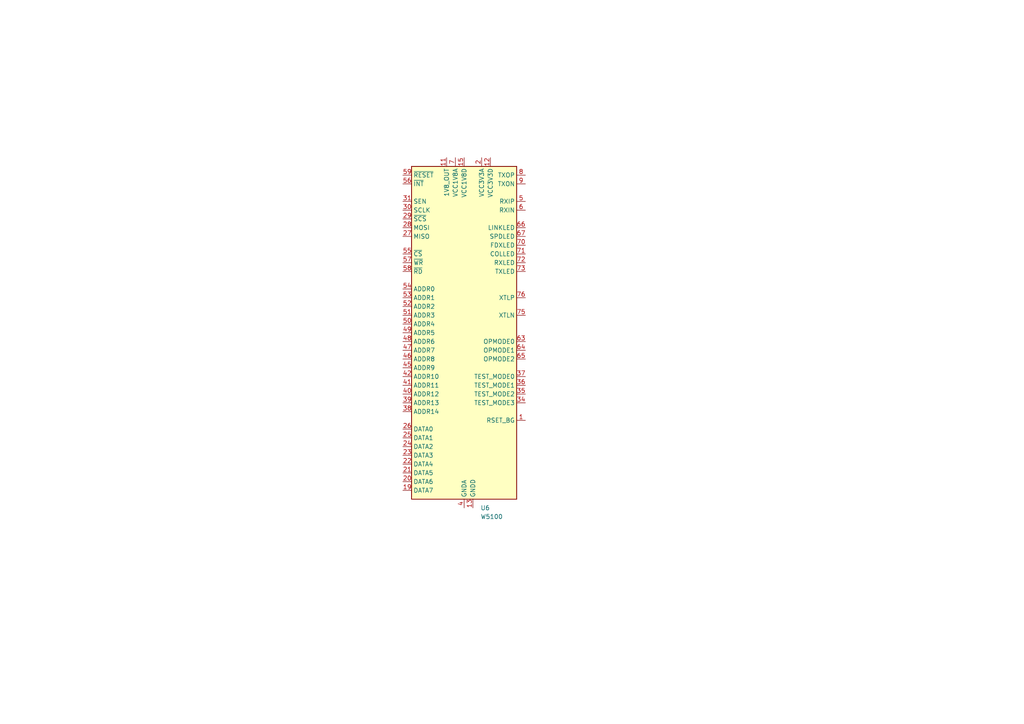
<source format=kicad_sch>
(kicad_sch (version 20230121) (generator eeschema)
  (paper "A4")
  (lib_symbols
    (symbol "Interface_Ethernet:W5100"
      (property "Reference" "U" (at -15.24 49.53 0))
      (property "Value" "W5100" (at 15.24 49.53 0))
      (symbol "W5100_0_1"
        (rectangle (start -15.24 48.26) (end 15.24 -48.26) (stroke (width 0.254)) (fill (type background)))
      )
      (symbol "W5100_1_1"
        (pin output line (at 17.78 -25.4 180) (length 2.54) (name "RSET_BG") (number "1"))
        (pin passive line (at 0 -50.8 90) (length 2.54) hide (name "GNDA") (number "10"))
        (pin power_out line (at -5.08 50.8 270) (length 2.54) (name "1V8_OUT") (number "11"))
        (pin power_in line (at 7.62 50.8 270) (length 2.54) (name "VCC3V3D") (number "12"))
        (pin power_in line (at 2.54 -50.8 90) (length 2.54) (name "GNDD") (number "13"))
        (pin passive line (at 2.54 -50.8 90) (length 2.54) hide (name "GNDD") (number "14"))
        (pin power_in line (at 0 50.8 270) (length 2.54) (name "VCC1V8D") (number "15"))
        (pin passive line (at 0 50.8 270) (length 2.54) hide (name "VCC1V8D") (number "16"))
        (pin passive line (at 2.54 -50.8 90) (length 2.54) hide (name "GNDD") (number "17"))
        (pin passive line (at 7.62 50.8 270) (length 2.54) hide (name "VCC3V3D") (number "18"))
        (pin bidirectional line (at -17.78 -45.72 0) (length 2.54) (name "DATA7") (number "19"))
        (pin power_in line (at 5.08 50.8 270) (length 2.54) (name "VCC3V3A") (number "2"))
        (pin bidirectional line (at -17.78 -43.18 0) (length 2.54) (name "DATA6") (number "20"))
        (pin bidirectional line (at -17.78 -40.64 0) (length 2.54) (name "DATA5") (number "21"))
        (pin bidirectional line (at -17.78 -38.1 0) (length 2.54) (name "DATA4") (number "22"))
        (pin bidirectional line (at -17.78 -35.56 0) (length 2.54) (name "DATA3") (number "23"))
        (pin bidirectional line (at -17.78 -33.02 0) (length 2.54) (name "DATA2") (number "24"))
        (pin bidirectional line (at -17.78 -30.48 0) (length 2.54) (name "DATA1") (number "25"))
        (pin bidirectional line (at -17.78 -27.94 0) (length 2.54) (name "DATA0") (number "26"))
        (pin output line (at -17.78 27.94 0) (length 2.54) (name "MISO") (number "27"))
        (pin input line (at -17.78 30.48 0) (length 2.54) (name "MOSI") (number "28"))
        (pin input line (at -17.78 33.02 0) (length 2.54) (name "~{SCS}") (number "29"))
        (pin no_connect line (at 15.24 -30.48 180) (length 2.54) hide (name "NC") (number "3"))
        (pin input line (at -17.78 35.56 0) (length 2.54) (name "SCLK") (number "30"))
        (pin input line (at -17.78 38.1 0) (length 2.54) (name "SEN") (number "31"))
        (pin passive line (at 2.54 -50.8 90) (length 2.54) hide (name "GNDD") (number "32"))
        (pin passive line (at 0 50.8 270) (length 2.54) hide (name "VCC1V8D") (number "33"))
        (pin input line (at 17.78 -20.32 180) (length 2.54) (name "TEST_MODE3") (number "34"))
        (pin input line (at 17.78 -17.78 180) (length 2.54) (name "TEST_MODE2") (number "35"))
        (pin input line (at 17.78 -15.24 180) (length 2.54) (name "TEST_MODE1") (number "36"))
        (pin input line (at 17.78 -12.7 180) (length 2.54) (name "TEST_MODE0") (number "37"))
        (pin input line (at -17.78 -22.86 0) (length 2.54) (name "ADDR14") (number "38"))
        (pin input line (at -17.78 -20.32 0) (length 2.54) (name "ADDR13") (number "39"))
        (pin power_in line (at 0 -50.8 90) (length 2.54) (name "GNDA") (number "4"))
        (pin input line (at -17.78 -17.78 0) (length 2.54) (name "ADDR12") (number "40"))
        (pin input line (at -17.78 -15.24 0) (length 2.54) (name "ADDR11") (number "41"))
        (pin input line (at -17.78 -12.7 0) (length 2.54) (name "ADDR10") (number "42"))
        (pin passive line (at 2.54 -50.8 90) (length 2.54) hide (name "GNDD") (number "43"))
        (pin passive line (at 7.62 50.8 270) (length 2.54) hide (name "VCC3V3D") (number "44"))
        (pin input line (at -17.78 -10.16 0) (length 2.54) (name "ADDR9") (number "45"))
        (pin input line (at -17.78 -7.62 0) (length 2.54) (name "ADDR8") (number "46"))
        (pin input line (at -17.78 -5.08 0) (length 2.54) (name "ADDR7") (number "47"))
        (pin input line (at -17.78 -2.54 0) (length 2.54) (name "ADDR6") (number "48"))
        (pin input line (at -17.78 0 0) (length 2.54) (name "ADDR5") (number "49"))
        (pin input line (at 17.78 38.1 180) (length 2.54) (name "RXIP") (number "5"))
        (pin input line (at -17.78 2.54 0) (length 2.54) (name "ADDR4") (number "50"))
        (pin input line (at -17.78 5.08 0) (length 2.54) (name "ADDR3") (number "51"))
        (pin input line (at -17.78 7.62 0) (length 2.54) (name "ADDR2") (number "52"))
        (pin input line (at -17.78 10.16 0) (length 2.54) (name "ADDR1") (number "53"))
        (pin input line (at -17.78 12.7 0) (length 2.54) (name "ADDR0") (number "54"))
        (pin input line (at -17.78 22.86 0) (length 2.54) (name "~{CS}") (number "55"))
        (pin output line (at -17.78 43.18 0) (length 2.54) (name "~{INT}") (number "56"))
        (pin input line (at -17.78 20.32 0) (length 2.54) (name "~{WR}") (number "57"))
        (pin input line (at -17.78 17.78 0) (length 2.54) (name "~{RD}") (number "58"))
        (pin input line (at -17.78 45.72 0) (length 2.54) (name "~{RESET}") (number "59"))
        (pin input line (at 17.78 35.56 180) (length 2.54) (name "RXIN") (number "6"))
        (pin no_connect line (at 15.24 -33.02 180) (length 2.54) hide (name "NC") (number "60"))
        (pin no_connect line (at 15.24 -35.56 180) (length 2.54) hide (name "NC") (number "61"))
        (pin no_connect line (at 15.24 -38.1 180) (length 2.54) hide (name "NC") (number "62"))
        (pin input line (at 17.78 -2.54 180) (length 2.54) (name "OPMODE0") (number "63"))
        (pin input line (at 17.78 -5.08 180) (length 2.54) (name "OPMODE1") (number "64"))
        (pin input line (at 17.78 -7.62 180) (length 2.54) (name "OPMODE2") (number "65"))
        (pin output line (at 17.78 30.48 180) (length 2.54) (name "LINKLED") (number "66"))
        (pin output line (at 17.78 27.94 180) (length 2.54) (name "SPDLED") (number "67"))
        (pin passive line (at 2.54 -50.8 90) (length 2.54) hide (name "GNDD") (number "68"))
        (pin passive line (at 0 50.8 270) (length 2.54) hide (name "VCC1V8D") (number "69"))
        (pin power_in line (at -2.54 50.8 270) (length 2.54) (name "VCC1V8A") (number "7"))
        (pin output line (at 17.78 25.4 180) (length 2.54) (name "FDXLED") (number "70"))
        (pin output line (at 17.78 22.86 180) (length 2.54) (name "COLLED") (number "71"))
        (pin output line (at 17.78 20.32 180) (length 2.54) (name "RXLED") (number "72"))
        (pin output line (at 17.78 17.78 180) (length 2.54) (name "TXLED") (number "73"))
        (pin passive line (at -2.54 50.8 270) (length 2.54) hide (name "VCC1V8A") (number "74"))
        (pin input line (at 17.78 5.08 180) (length 2.54) (name "XTLN") (number "75"))
        (pin output line (at 17.78 10.16 180) (length 2.54) (name "XTLP") (number "76"))
        (pin passive line (at 0 -50.8 90) (length 2.54) hide (name "GNDA") (number "77"))
        (pin no_connect line (at 15.24 -40.64 180) (length 2.54) hide (name "NC") (number "78"))
        (pin no_connect line (at 15.24 -43.18 180) (length 2.54) hide (name "NC") (number "79"))
        (pin output line (at 17.78 45.72 180) (length 2.54) (name "TXOP") (number "8"))
        (pin no_connect line (at 15.24 -45.72 180) (length 2.54) hide (name "NC") (number "80"))
        (pin output line (at 17.78 43.18 180) (length 2.54) (name "TXON") (number "9"))
      )
    )
  )
  (symbol (lib_id "Interface_Ethernet:W5100") (at 134.62 96.52 0) (unit 1)
    (property "Reference" "U6" (at 139.3541 147.32 0) (effects (justify left)))
    (property "Value" "W5100" (at 139.3541 149.86 0) (effects (justify left)))
    (property "Footprint" "Package_QFP:LQFP-80_10x10mm_P0.4mm" (effects hide))
    (property "Datasheet" "http://www.wiznet.io/wp-content/uploads/wiznethome/Chip/W5100/Document/W5100_Datasheet_v1.2.7.pdf" (effects hide))
  )
)
</source>
